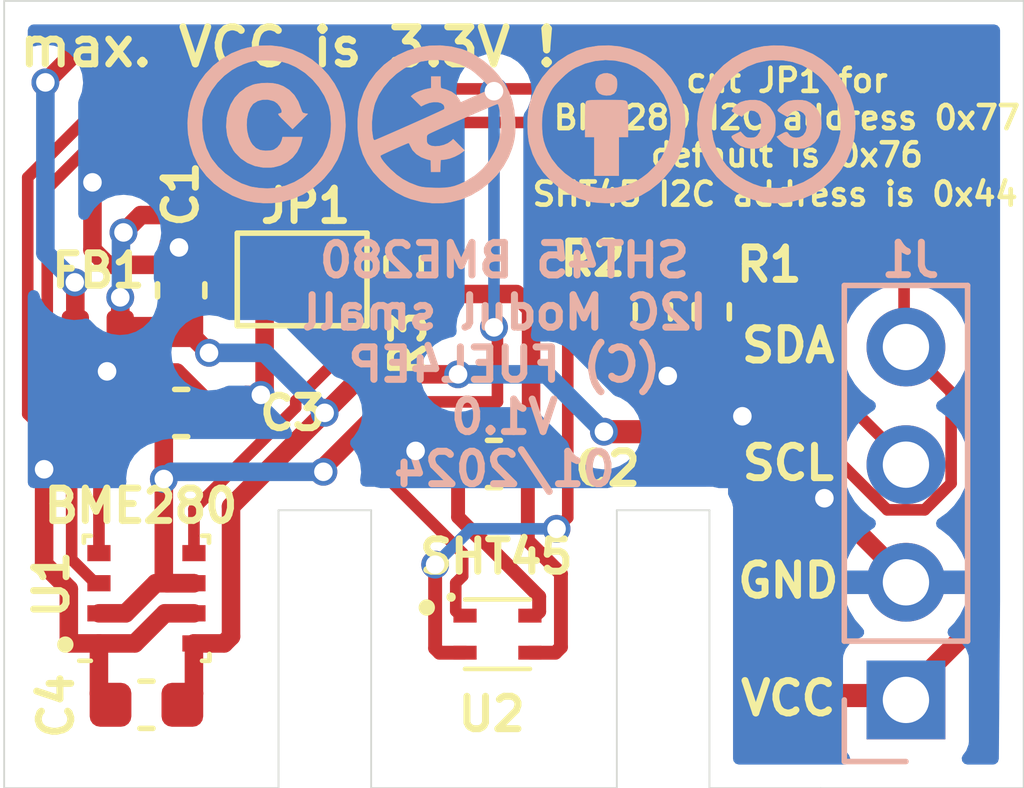
<source format=kicad_pcb>
(kicad_pcb (version 20211014) (generator pcbnew)
  (title_block (title "I2C_Module_SHT45_BME280_FUEL4EP") (date "2023-12-15") (rev "V1.1") (company "(c) FUEL4EP"))
  (layers (0 "F.Cu" signal) (31 "B.Cu" signal) (34 "B.Paste" user) (35 "F.Paste" user) (36 "B.SilkS" user "B.Silkscreen") (37 "F.SilkS" user "F.Silkscreen") (38 "B.Mask" user) (39 "F.Mask" user) (44 "Edge.Cuts" user))
  (net 0 "")
  (net 1 "VCC")
  (net 2 "GND")
  (net 3 "/SCL")
  (net 4 "/SDA")
  (net 5 "VDDA")
  (net 6 "Net-(JP1-Pad2)")
  (footprint "Capacitor_SMD:C_0603_1608Metric" (layer "F.Cu") (at 3.82 -10.75 90)
    (fp_text reference "C1" (at 2.077 -0.01 90) (layer "F.SilkS") (effects (font (size 0.7 0.7))))
    (fp_text value "4.7u")
    (fp_line (start -0.14058 -0.51) (end 0.14058 -0.51) (layer "F.SilkS") (width 0.12))
    (fp_line (start -0.14058 0.51) (end 0.14058 0.51) (layer "F.SilkS") (width 0.12))
    (pad "1" smd roundrect (at -0.775 0 90) (size 0.9 0.95) (layers "F.Cu" "F.Paste" "F.Mask") (net 5 "VDDA"))
    (pad "2" smd roundrect (at 0.775 0 90) (size 0.9 0.95) (layers "F.Cu" "F.Paste" "F.Mask") (net 2 "GND"))
  )
  (footprint "Inductor_SMD:L_0402_1005Metric" (layer "F.Cu") (at 2.02 -10)
    (fp_text reference "FB1" (at 0.012 -1.176) (layer "F.SilkS") (effects (font (size 0.7 0.7))))
    (fp_text value "FerriteBead")
    (pad "1" smd roundrect (at -0.485 0) (size 0.59 0.64) (layers "F.Cu" "F.Paste" "F.Mask") (net 1 "VCC"))
    (pad "2" smd roundrect (at 0.485 0) (size 0.59 0.64) (layers "F.Cu" "F.Paste" "F.Mask") (net 5 "VDDA"))
  )
  (footprint "Package_LGA:Bosch_LGA-8_2.5x2.5mm_P0.65mm_ClockwisePinNumbering" (layer "F.Cu") (at 3.07 -4.1 90)
    (fp_text reference "U1" (at 0.3 -2.05 90) (layer "F.SilkS") (effects (font (size 0.7 0.7))))
    (fp_text value "BME280")
    (fp_line (start 1.2 -1.35) (end 1.35 -1.35) (layer "F.SilkS") (width 0.1))
    (fp_line (start -1.35 1.35) (end -1.35 1.2) (layer "F.SilkS") (width 0.1))
    (fp_line (start 1.35 1.35) (end 1.2 1.35) (layer "F.SilkS") (width 0.1))
    (fp_line (start -1.35 -1.2) (end -1.35 -1.45) (layer "F.SilkS") (width 0.1))
    (fp_line (start 1.35 -1.35) (end 1.35 -1.2) (layer "F.SilkS") (width 0.1))
    (fp_line (start -1.35 1.36) (end -1.2 1.36) (layer "F.SilkS") (width 0.1))
    (fp_line (start 1.35 1.35) (end 1.35 1.2) (layer "F.SilkS") (width 0.1))
    (pad "1" smd rect (at -0.975 -1.025 180) (size 0.5 0.35) (layers "F.Cu" "F.Paste" "F.Mask") (net 2 "GND"))
    (pad "2" smd rect (at -0.325 -1.025 180) (size 0.5 0.35) (layers "F.Cu" "F.Paste" "F.Mask") (net 1 "VCC"))
    (pad "3" smd rect (at 0.325 -1.025 180) (size 0.5 0.35) (layers "F.Cu" "F.Paste" "F.Mask") (net 4 "/SDA"))
    (pad "4" smd rect (at 0.975 -1.025 180) (size 0.5 0.35) (layers "F.Cu" "F.Paste" "F.Mask") (net 3 "/SCL"))
    (pad "5" smd rect (at 0.975 1.025 180) (size 0.5 0.35) (layers "F.Cu" "F.Paste" "F.Mask") (net 6 "Net-(JP1-Pad2)"))
    (pad "6" smd rect (at 0.325 1.025 180) (size 0.5 0.35) (layers "F.Cu" "F.Paste" "F.Mask") (net 1 "VCC"))
    (pad "7" smd rect (at -0.325 1.025 180) (size 0.5 0.35) (layers "F.Cu" "F.Paste" "F.Mask") (net 2 "GND"))
    (pad "8" smd rect (at -0.975 1.025 180) (size 0.5 0.35) (layers "F.Cu" "F.Paste" "F.Mask") (net 5 "VDDA"))
  )
  (footprint "Jumper:SolderJumper-2_P1.3mm_Bridged_Pad1.0x1.5mm" (layer "F.Cu") (at 6.43 -10.985)
    (fp_text reference "JP1" (at 0.076 -1.588) (layer "F.SilkS") (effects (font (size 0.7 0.7))))
    (fp_text value "SolderJumper_2_Bridged")
    (fp_poly (pts (xy -0.25 -0.3) (xy 0.25 -0.3) (xy 0.25 0.3) (xy -0.25 0.3)) (layer "F.Cu") (width 0) (fill solid))
    (fp_line (start 1.4 -1) (end 1.4 1) (layer "F.SilkS") (width 0.12))
    (fp_line (start 1.4 1) (end -1.4 1) (layer "F.SilkS") (width 0.12))
    (fp_line (start -1.4 -1) (end 1.4 -1) (layer "F.SilkS") (width 0.12))
    (fp_line (start -1.4 1) (end -1.4 -1) (layer "F.SilkS") (width 0.12))
    (pad "1" smd rect (at -0.65 0) (size 1 1.5) (layers "F.Cu" "F.Mask") (net 2 "GND"))
    (pad "2" smd rect (at 0.65 0) (size 1 1.5) (layers "F.Cu" "F.Mask") (net 6 "Net-(JP1-Pad2)"))
  )
  (footprint "Capacitor_SMD:C_0603_1608Metric" (layer "F.Cu") (at 3.82 -8.1 180)
    (fp_text reference "C3" (at -2.4 0) (layer "F.SilkS") (effects (font (size 0.7 0.7))))
    (fp_text value "100n")
    (fp_line (start -0.14058 -0.51) (end 0.14058 -0.51) (layer "F.SilkS") (width 0.12))
    (fp_line (start -0.14058 0.51) (end 0.14058 0.51) (layer "F.SilkS") (width 0.12))
    (pad "1" smd roundrect (at -0.775 0 180) (size 0.9 0.95) (layers "F.Cu" "F.Paste" "F.Mask") (net 2 "GND"))
    (pad "2" smd roundrect (at 0.775 0 180) (size 0.9 0.95) (layers "F.Cu" "F.Paste" "F.Mask") (net 1 "VCC"))
  )
  (footprint "Resistor_SMD:R_0402_1005Metric" (layer "F.Cu") (at 15.269 -10.287 -90)
    (fp_text reference "R1" (at -1.016 -1.241 -180) (layer "F.SilkS") (effects (font (size 0.7 0.7))))
    (fp_text value "4.7k")
    (fp_line (start -0.153641 0.38) (end 0.153641 0.38) (layer "F.SilkS") (width 0.12))
    (fp_line (start -0.153641 -0.38) (end 0.153641 -0.38) (layer "F.SilkS") (width 0.12))
    (pad "1" smd roundrect (at -0.51 0 270) (size 0.54 0.64) (layers "F.Cu" "F.Paste" "F.Mask") (net 4 "/SDA"))
    (pad "2" smd roundrect (at 0.51 0 270) (size 0.54 0.64) (layers "F.Cu" "F.Paste" "F.Mask") (net 2 "GND"))
  )
  (footprint "Resistor_SMD:R_0402_1005Metric" (layer "F.Cu") (at 8.62 -11.3 -90)
    (fp_text reference "R3" (at 1.7 -0.1 -270) (layer "F.SilkS") (effects (font (size 0.7 0.7))))
    (fp_text value "10k")
    (fp_line (start -0.153641 0.38) (end 0.153641 0.38) (layer "F.SilkS") (width 0.12))
    (fp_line (start -0.153641 -0.38) (end 0.153641 -0.38) (layer "F.SilkS") (width 0.12))
    (pad "1" smd roundrect (at -0.51 0 270) (size 0.54 0.64) (layers "F.Cu" "F.Paste" "F.Mask") (net 5 "VDDA"))
    (pad "2" smd roundrect (at 0.51 0 270) (size 0.54 0.64) (layers "F.Cu" "F.Paste" "F.Mask") (net 6 "Net-(JP1-Pad2)"))
  )
  (footprint "FUEL4EP:SHT4X" (layer "F.Cu") (at 10.645 -3.325)
    (fp_text reference "U2" (at -0.125 1.725) (layer "F.SilkS") (effects (font (size 0.7 0.7))))
    (fp_text value "SHT45-AD1B-R2")
    (fp_line (start -0.7 0.75) (end 0.7 0.75) (layer "F.SilkS") (width 0.1))
    (fp_line (start -0.7 -0.75) (end 0.7 -0.75) (layer "F.SilkS") (width 0.1))
    (fp_circle (center -1 -0.8) (end -0.95 -0.8) (layer "F.SilkS") (width 0.1) (fill none))
    (pad "1" smd rect (at -0.7 -0.4) (size 0.5 0.3) (layers "F.Cu" "F.Paste" "F.Mask") (net 4 "/SDA"))
    (pad "2" smd rect (at -0.7 0.4) (size 0.5 0.3) (layers "F.Cu" "F.Paste" "F.Mask") (net 3 "/SCL"))
    (pad "3" smd rect (at 0.7 0.4) (size 0.5 0.3) (layers "F.Cu" "F.Paste" "F.Mask") (net 5 "VDDA"))
    (pad "4" smd rect (at 0.7 -0.4) (size 0.5 0.3) (layers "F.Cu" "F.Paste" "F.Mask") (net 2 "GND"))
  )
  (footprint "Capacitor_SMD:C_0603_1608Metric" (layer "F.Cu") (at 3.07 -1.8)
    (fp_text reference "C4" (at -1.95 0.022 90) (layer "F.SilkS") (effects (font (size 0.7 0.7))))
    (fp_text value "100n")
    (fp_line (start -0.14058 -0.51) (end 0.14058 -0.51) (layer "F.SilkS") (width 0.12))
    (fp_line (start -0.14058 0.51) (end 0.14058 0.51) (layer "F.SilkS") (width 0.12))
    (pad "1" smd roundrect (at -0.775 0) (size 0.9 0.95) (layers "F.Cu" "F.Paste" "F.Mask") (net 2 "GND"))
    (pad "2" smd roundrect (at 0.775 0) (size 0.9 0.95) (layers "F.Cu" "F.Paste" "F.Mask") (net 5 "VDDA"))
  )
  (footprint "Resistor_SMD:R_0402_1005Metric" (layer "F.Cu") (at 13.999 -10.285 -90)
    (fp_text reference "R2" (at -1.145 1.299 -180) (layer "F.SilkS") (effects (font (size 0.7 0.7))))
    (fp_text value "4.7k")
    (fp_line (start -0.153641 0.38) (end 0.153641 0.38) (layer "F.SilkS") (width 0.12))
    (fp_line (start -0.153641 -0.38) (end 0.153641 -0.38) (layer "F.SilkS") (width 0.12))
    (pad "1" smd roundrect (at -0.51 0 270) (size 0.54 0.64) (layers "F.Cu" "F.Paste" "F.Mask") (net 3 "/SCL"))
    (pad "2" smd roundrect (at 0.51 0 270) (size 0.54 0.64) (layers "F.Cu" "F.Paste" "F.Mask") (net 2 "GND"))
  )
  (footprint "Capacitor_SMD:C_0603_1608Metric" (layer "F.Cu") (at 10.57 -7)
    (fp_text reference "C2" (at 2.45 0.1) (layer "F.SilkS") (effects (font (size 0.7 0.7))))
    (fp_text value "100n")
    (fp_line (start -0.14058 -0.51) (end 0.14058 -0.51) (layer "F.SilkS") (width 0.12))
    (fp_line (start -0.14058 0.51) (end 0.14058 0.51) (layer "F.SilkS") (width 0.12))
    (pad "1" smd roundrect (at -0.775 0) (size 0.9 0.95) (layers "F.Cu" "F.Paste" "F.Mask") (net 2 "GND"))
    (pad "2" smd roundrect (at 0.775 0) (size 0.9 0.95) (layers "F.Cu" "F.Paste" "F.Mask") (net 5 "VDDA"))
  )
  (footprint "Connector_PinHeader_2.54mm:PinHeader_1x04_P2.54mm_Vertical" (layer "B.Cu") (at 19.46 -1.905)
    (fp_text reference "J1" (at 0.1 -9.5) (layer "B.SilkS") (effects (font (size 0.7 0.7)) (justify mirror)))
    (fp_text value "Conn_01x04")
    (fp_line (start 1.33 -1.27) (end 1.33 -8.95) (layer "B.SilkS") (width 0.12))
    (fp_line (start -1.33 -1.27) (end 1.33 -1.27) (layer "B.SilkS") (width 0.12))
    (fp_line (start -1.33 0) (end -1.33 1.33) (layer "B.SilkS") (width 0.12))
    (fp_line (start -1.33 -8.95) (end 1.33 -8.95) (layer "B.SilkS") (width 0.12))
    (fp_line (start -1.33 -1.27) (end -1.33 -8.95) (layer "B.SilkS") (width 0.12))
    (fp_line (start -1.33 1.33) (end 0 1.33) (layer "B.SilkS") (width 0.12))
    (pad "1" thru_hole rect (at 0 0) (size 1.7 1.7) (drill 1) (layers *.Cu *.Mask) (net 1 "VCC"))
    (pad "2" thru_hole oval (at 0 -2.54) (size 1.7 1.7) (drill 1) (layers *.Cu *.Mask) (net 2 "GND"))
    (pad "3" thru_hole oval (at 0 -5.08) (size 1.7 1.7) (drill 1) (layers *.Cu *.Mask) (net 3 "/SCL"))
    (pad "4" thru_hole oval (at 0 -7.62) (size 1.7 1.7) (drill 1) (layers *.Cu *.Mask) (net 4 "/SDA"))
  )
  (footprint "FUEL4EP:CC-BY-ND-SA" (layer "B.Cu") (at 11.176 -14.351 180)
    (fp_text reference "LOGO1" hide)
    (fp_text value "Logo_Open_Hardware_Small" hide)
    (fp_poly (pts (xy -4.925138 0.505796) (xy -4.81855 0.491246) (xy -4.726924 0.463993) (xy -4.693669 0.447651) (xy -4.639115 0.409823) (xy -4.588988 0.365166) (xy -4.550081 0.321093) (xy -4.529184 0.285019) (xy -4.529165 0.268063) (xy -4.549131 0.252659) (xy -4.592001 0.22733) (xy -4.641358 0.20123) (xy -4.744357 0.149271) (xy -4.777776 0.193653) (xy -4.817814 0.232366) (xy -4.869336 0.265727) (xy -4.872397 0.267221) (xy -4.947499 0.28463) (xy -5.023094 0.271287) (xy -5.087866 0.230532) (xy -5.116265 0.195244) (xy -5.152204 0.107439) (xy -5.165591 0.007448) (xy -5.157294 -0.093932) (xy -5.128182 -0.185902) (xy -5.079925 -0.256867) (xy -5.0414 -0.288969) (xy -4.999968 -0.304281) (xy -4.939733 -0.308413) (xy -4.93386 -0.308429) (xy -4.874027 -0.305564) (xy -4.833513 -0.292248) (xy -4.795506 -0.2614) (xy -4.777066 -0.242382) (xy -4.714776 -0.176335) (xy -4.624054 -0.218826) (xy -4.57219 -0.244896) (xy -4.535268 -0.266765) (xy -4.524183 -0.276124) (xy -4.527781 -0.301789) (xy -4.554432 -0.341255) (xy -4.597453 -0.387528) (xy -4.650161 -0.433616) (xy -4.705872 -0.472524) (xy -4.719126 -0.480114) (xy -4.824046 -0.520178) (xy -4.944788 -0.539238) (xy -5.06673 -0.536033) (xy -5.152572 -0.517493) (xy -5.26254 -0.463284) (xy -5.353645 -0.37893) (xy -5.418378 -0.277249) (xy -5.44427 -0.218917) (xy -5.459545 -0.165976) (xy -5.466834 -0.104803) (xy -5.468772 -0.021776) (xy -5.468776 -0.016534) (xy -5.467255 0.066199) (xy -5.460852 0.126179) (xy -5.446806 0.176873) (xy -5.422354 0.231753) (xy -5.414807 0.246699) (xy -5.344396 0.350781) (xy -5.253868 0.432217) (xy -5.150323 0.484924) (xy -5.12913 0.49136) (xy -5.03317 0.506286) (xy -4.925138 0.505796)) (layer "B.SilkS") (width 0.01) (fill solid))
    (fp_poly (pts (xy 2.004497 1.677952) (xy 2.239964 1.640843) (xy 2.466241 1.573957) (xy 2.677838 1.477988) (xy 2.781126 1.416245) (xy 2.980099 1.265197) (xy 3.152477 1.090769) (xy 3.296565 0.895326) (xy 3.41067 0.681233) (xy 3.493097 0.450855) (xy 3.504902 0.405983) (xy 3.530828 0.262819) (xy 3.544851 0.098346) (xy 3.546966 -0.074642) (xy 3.53717 -0.24335) (xy 3.515455 -0.394984) (xy 3.505228 -0.440896) (xy 3.435023 -0.661014) (xy 3.337718 -0.86115) (xy 3.210384 -1.046302) (xy 3.050096 -1.221468) (xy 3.045444 -1.225952) (xy 2.879178 -1.371149) (xy 2.711865 -1.486251) (xy 2.534883 -1.576649) (xy 2.404276 -1.626876) (xy 2.175011 -1.687526) (xy 1.937941 -1.717256) (xy 1.701738 -1.715379) (xy 1.542143 -1.695) (xy 1.316831 -1.636381) (xy 1.100807 -1.54555) (xy 0.897824 -1.425774) (xy 0.711631 -1.280321) (xy 0.54598 -1.112458) (xy 0.404622 -0.925453) (xy 0.291308 -0.722574) (xy 0.221183 -0.544286) (xy 0.187458 -0.42911) (xy 0.16476 -0.32333) (xy 0.151773 -0.215805) (xy 0.147183 -0.09539) (xy 0.148609 -0.012653) (xy 0.453886 -0.012653) (xy 0.462432 -0.189028) (xy 0.489328 -0.345411) (xy 0.537478 -0.494643) (xy 0.588379 -0.607786) (xy 0.705747 -0.806105) (xy 0.847631 -0.977745) (xy 1.014726 -1.123399) (xy 1.207726 -1.243761) (xy 1.244985 -1.262654) (xy 1.356604 -1.313919) (xy 1.456625 -1.350444) (xy 1.555093 -1.37419) (xy 1.662052 -1.387115) (xy 1.787548 -1.391182) (xy 1.895928 -1.389701) (xy 2.011783 -1.385462) (xy 2.100421 -1.378873) (xy 2.170889 -1.368794) (xy 2.232236 -1.354087) (xy 2.267465 -1.342897) (xy 2.432452 -1.278043) (xy 2.575614 -1.201601) (xy 2.708674 -1.106262) (xy 2.843352 -0.984717) (xy 2.846005 -0.982105) (xy 2.924337 -0.900668) (xy 2.987461 -0.826668) (xy 3.032432 -0.764215) (xy 3.056307 -0.717421) (xy 3.056142 -0.690396) (xy 3.055431 -0.689619) (xy 3.03471 -0.677732) (xy 2.987457 -0.654544) (xy 2.920282 -0.623012) (xy 2.839792 -0.586097) (xy 2.752595 -0.546758) (xy 2.6653 -0.507955) (xy 2.584516 -0.472646) (xy 2.516849 -0.443792) (xy 2.468909 -0.424352) (xy 2.447347 -0.417286) (xy 2.433463 -0.432531) (xy 2.416458 -0.469726) (xy 2.4147 -0.474635) (xy 2.361869 -0.573238) (xy 2.279408 -0.658617) (xy 2.172931 -0.726175) (xy 2.054208 -0.769775) (xy 1.9685 -0.791694) (xy 1.966376 -0.917454) (xy 1.964253 -1.043214) (xy 1.768928 -1.043214) (xy 1.758358 -0.78466) (xy 1.651666 -0.772589) (xy 1.556675 -0.75144) (xy 1.45191 -0.711814) (xy 1.353461 -0.660683) (xy 1.289366 -0.615597) (xy 1.245231 -0.578461) (xy 1.365851 -0.457841) (xy 1.486471 -0.337222) (xy 1.52814 -0.376367) (xy 1.599844 -0.42682) (xy 1.688433 -0.464262) (xy 1.784297 -0.487079) (xy 1.877826 -0.493657) (xy 1.959408 -0.482382) (xy 2.012083 -0.457629) (xy 2.041772 -0.429061) (xy 2.055706 -0.392767) (xy 2.059214 -0.334737) (xy 2.059214 -0.33372) (xy 2.057109 -0.27913) (xy 2.04614 -0.247513) (xy 2.019323 -0.225605) (xy 1.995714 -0.213102) (xy 1.944855 -0.188646) (xy 1.869545 -0.153905) (xy 1.773873 -0.110654) (xy 1.661926 -0.06067) (xy 1.537793 -0.005728) (xy 1.40556 0.052397) (xy 1.269315 0.111929) (xy 1.133145 0.171093) (xy 1.00114 0.228113) (xy 0.877385 0.281213) (xy 0.765969 0.328618) (xy 0.67098 0.368552) (xy 0.596505 0.39924) (xy 0.546631 0.418906) (xy 0.525446 0.425775) (xy 0.525079 0.4257) (xy 0.509594 0.399671) (xy 0.493846 0.345314) (xy 0.479123 0.270558) (xy 0.466712 0.183325) (xy 0.457899 0.091544) (xy 0.453974 0.003139) (xy 0.453886 -0.012653) (xy 0.148609 -0.012653) (xy 0.149673 0.049056) (xy 0.150016 0.058632) (xy 0.170045 0.288086) (xy 0.213987 0.494986) (xy 0.284269 0.686021) (xy 0.321729 0.754798) (xy 0.68963 0.754798) (xy 0.705166 0.738069) (xy 0.745722 0.713385) (xy 0.802544 0.686068) (xy 0.803022 0.685861) (xy 0.866491 0.658202) (xy 0.951129 0.621009) (xy 1.044976 0.579548) (xy 1.120374 0.54608) (xy 1.324534 0.455224) (xy 1.36126 0.527213) (xy 1.426479 0.615262) (xy 1.522788 0.685016) (xy 1.649796 0.736222) (xy 1.709964 0.751645) (xy 1.736079 0.759245) (xy 1.750997 0.7733) (xy 1.75785 0.802453) (xy 1.759769 0.855343) (xy 1.759857 0.889346) (xy 1.759857 1.016) (xy 1.959428 1.016) (xy 1.959428 0.763644) (xy 2.027464 0.752492) (xy 2.110114 0.733338) (xy 2.198444 0.703976) (xy 2.279314 0.669466) (xy 2.339584 0.634867) (xy 2.346385 0.629703) (xy 2.396383 0.589643) (xy 2.177621 0.373537) (xy 2.091696 0.415283) (xy 1.999013 0.449818) (xy 1.906475 0.465989) (xy 1.820922 0.464512) (xy 1.749195 0.446104) (xy 1.698134 0.411481) (xy 1.67656 0.371796) (xy 1.67292 0.330936) (xy 1.68045 0.308027) (xy 1.70022 0.297221) (xy 1.749075 0.273733) (xy 1.822903 0.23939) (xy 1.917596 0.196024) (xy 2.029046 0.145462) (xy 2.153142 0.089536) (xy 2.285775 0.030073) (xy 2.422837 -0.031096) (xy 2.560218 -0.092142) (xy 2.693809 -0.151236) (xy 2.819501 -0.206547) (xy 2.933184 -0.256248) (xy 3.03075 -0.298508) (xy 3.108089 -0.331498) (xy 3.161091 -0.353388) (xy 3.185649 -0.362349) (xy 3.186492 -0.362469) (xy 3.204742 -0.347183) (xy 3.217829 -0.312964) (xy 3.240011 -0.150735) (xy 3.242527 0.027907) (xy 3.226174 0.209412) (xy 3.191753 0.38023) (xy 3.173303 0.441931) (xy 3.098341 0.614798) (xy 2.992572 0.78221) (xy 2.861473 0.938372) (xy 2.710522 1.077488) (xy 2.545195 1.193762) (xy 2.385748 1.275307) (xy 2.183792 1.341028) (xy 1.972543 1.3741) (xy 1.757563 1.374978) (xy 1.544415 1.344119) (xy 1.338661 1.281978) (xy 1.145866 1.189011) (xy 1.116601 1.171312) (xy 1.060957 1.132024) (xy 0.994994 1.07838) (xy 0.924194 1.01573) (xy 0.854044 0.949424) (xy 0.790028 0.884813) (xy 0.737631 0.827246) (xy 0.702338 0.782075) (xy 0.68963 0.754798) (xy 0.321729 0.754798) (xy 0.383319 0.867877) (xy 0.505043 1.036698) (xy 0.651739 1.197408) (xy 0.818283 1.341616) (xy 0.997318 1.464061) (xy 1.181489 1.559483) (xy 1.297846 1.603681) (xy 1.527949 1.660064) (xy 1.765329 1.68459) (xy 2.004497 1.677952)) (layer "B.SilkS") (width 0.01) (fill solid))
    (fp_poly (pts (xy -5.843953 0.500439) (xy -5.757446 0.482839) (xy -5.749031 0.480035) (xy -5.700535 0.455967) (xy -5.644831 0.418203) (xy -5.590408 0.373943) (xy -5.545751 0.33039) (xy -5.519348 0.294746) (xy -5.515644 0.281973) (xy -5.53052 0.264326) (xy -5.569301 0.236276) (xy -5.623252 0.204088) (xy -5.730645 0.145104) (xy -5.769091 0.199097) (xy -5.828835 0.254083) (xy -5.904 0.280239) (xy -5.984781 0.27482) (xy -6.009283 0.266361) (xy -6.072088 0.228314) (xy -6.113801 0.172277) (xy -6.13806 0.091943) (xy -6.14572 0.029835) (xy -6.145108 -0.086167) (xy -6.121607 -0.177082) (xy -6.074001 -0.246926) (xy -6.057111 -0.262478) (xy -5.991622 -0.298108) (xy -5.916913 -0.309361) (xy -5.843584 -0.297538) (xy -5.782234 -0.263942) (xy -5.750213 -0.224782) (xy -5.728724 -0.194672) (xy -5.701887 -0.184365) (xy -5.662118 -0.194242) (xy -5.601833 -0.224686) (xy -5.587104 -0.233015) (xy -5.49678 -0.284602) (xy -5.571814 -0.369845) (xy -5.658971 -0.452843) (xy -5.751414 -0.505228) (xy -5.859562 -0.531957) (xy -5.923643 -0.537288) (xy -5.996805 -0.538034) (xy -6.063044 -0.534665) (xy -6.105072 -0.528499) (xy -6.218229 -0.481018) (xy -6.316183 -0.404686) (xy -6.391717 -0.306046) (xy -6.422688 -0.240452) (xy -6.45238 -0.117926) (xy -6.458053 0.016497) (xy -6.439748 0.147547) (xy -6.421555 0.207195) (xy -6.373897 0.296042) (xy -6.303931 0.37868) (xy -6.221605 0.445362) (xy -6.136867 0.486341) (xy -6.136564 0.486432) (xy -6.049851 0.502506) (xy -5.946868 0.507085) (xy -5.843953 0.500439)) (layer "B.SilkS") (width 0.01) (fill solid))
    (fp_poly (pts (xy -5.209548 1.665688) (xy -5.011275 1.624538) (xy -4.972053 1.612777) (xy -4.7484 1.523512) (xy -4.539651 1.404256) (xy -4.349534 1.258324) (xy -4.181776 1.089031) (xy -4.040104 0.899692) (xy -3.928245 0.693624) (xy -3.921431 0.678206) (xy -3.84411 0.458242) (xy -3.797539 0.228325) (xy -3.781301 -0.006356) (xy -3.794982 -0.240611) (xy -3.838168 -0.469251) (xy -3.910442 -0.687086) (xy -4.01139 -0.888927) (xy -4.051842 -0.9525) (xy -4.199518 -1.140499) (xy -4.371038 -1.305048) (xy -4.562485 -1.444516) (xy -4.769941 -1.557273) (xy -4.989492 -1.641687) (xy -5.217219 -1.696128) (xy -5.449207 -1.718963) (xy -5.681539 -1.708563) (xy -5.814786 -1.686684) (xy -6.061183 -1.617314) (xy -6.28875 -1.516971) (xy -6.496853 -1.386071) (xy -6.684853 -1.22503) (xy -6.852113 -1.034264) (xy -6.887783 -0.985947) (xy -7.009938 -0.784507) (xy -7.101444 -0.567448) (xy -7.161776 -0.339383) (xy -7.190409 -0.104923) (xy -7.188641 0.011407) (xy -6.882572 0.011407) (xy -6.870738 -0.196538) (xy -6.826092 -0.401799) (xy -6.748416 -0.601129) (xy -6.637496 -0.79128) (xy -6.579925 -0.86891) (xy -6.433303 -1.025609) (xy -6.261635 -1.160442) (xy -6.07167 -1.269028) (xy -5.87016 -1.346981) (xy -5.823857 -1.359867) (xy -5.67923 -1.385972) (xy -5.516996 -1.396701) (xy -5.351947 -1.392064) (xy -5.198876 -1.372073) (xy -5.142581 -1.359329) (xy -4.989449 -1.307458) (xy -4.830059 -1.232836) (xy -4.678485 -1.142765) (xy -4.568807 -1.061597) (xy -4.415184 -0.911264) (xy -4.289824 -0.740698) (xy -4.193725 -0.553611) (xy -4.12789 -0.353716) (xy -4.093317 -0.144726) (xy -4.091008 0.069647) (xy -4.121961 0.285689) (xy -4.164746 0.438252) (xy -4.237973 0.612176) (xy -4.336239 0.772571) (xy -4.464267 0.926713) (xy -4.516151 0.979714) (xy -4.684396 1.123003) (xy -4.865355 1.233195) (xy -5.061537 1.311404) (xy -5.275449 1.358743) (xy -5.400447 1.371946) (xy -5.62394 1.369882) (xy -5.839153 1.333056) (xy -6.043454 1.26245) (xy -6.234208 1.159049) (xy -6.408782 1.023834) (xy -6.457106 0.977712) (xy -6.606097 0.805066) (xy -6.723355 0.618865) (xy -6.808664 0.422356) (xy -6.861809 0.218788) (xy -6.882572 0.011407) (xy -7.188641 0.011407) (xy -7.186817 0.131323) (xy -7.150476 0.364741) (xy -7.080859 0.590721) (xy -7.070352 0.616857) (xy -6.960716 0.837412) (xy -6.822852 1.039041) (xy -6.659913 1.218727) (xy -6.475054 1.373451) (xy -6.271427 1.500196) (xy -6.052187 1.595945) (xy -6.044305 1.598686) (xy -5.850616 1.649898) (xy -5.639843 1.678229) (xy -5.422613 1.683539) (xy -5.209548 1.665688)) (layer "B.SilkS") (width 0.01) (fill solid))
    (fp_poly (pts (xy -1.684775 0.507665) (xy -1.582561 0.506458) (xy -1.507467 0.504075) (xy -1.454911 0.500211) (xy -1.420315 0.494563) (xy -1.399096 0.486826) (xy -1.389225 0.47949) (xy -1.379373 0.464706) (xy -1.37202 0.4396) (xy -1.366826 0.399396) (xy -1.363449 0.339319) (xy -1.361547 0.254593) (xy -1.36078 0.140441) (xy -1.360715 0.080347) (xy -1.360715 -0.290286) (xy -1.560286 -0.290286) (xy -1.560286 -1.124857) (xy -2.086429 -1.124857) (xy -2.086429 -0.290286) (xy -2.286 -0.290286) (xy -2.286 0.078831) (xy -2.285741 0.204694) (xy -2.284688 0.299273) (xy -2.282423 0.367566) (xy -2.278533 0.414571) (xy -2.272602 0.445289) (xy -2.264213 0.464717) (xy -2.252952 0.477856) (xy -2.252822 0.477974) (xy -2.237759 0.487929) (xy -2.214354 0.495451) (xy -2.17789 0.500868) (xy -2.123652 0.504505) (xy -2.046921 0.506688) (xy -1.942983 0.507744) (xy -1.818689 0.508) (xy -1.684775 0.507665)) (layer "B.SilkS") (width 0.01) (fill solid))
    (fp_poly (pts (xy -1.636143 1.67626) (xy -1.403079 1.637746) (xy -1.179769 1.568814) (xy -0.986833 1.478224) (xy -0.779738 1.342441) (xy -0.59637 1.181093) (xy -0.43897 0.997087) (xy -0.309774 0.793329) (xy -0.211024 0.572727) (xy -0.159912 0.40461) (xy -0.134681 0.264319) (xy -0.120853 0.10248) (xy -0.118435 -0.06821) (xy -0.127432 -0.235057) (xy -0.147849 -0.385362) (xy -0.159515 -0.439225) (xy -0.230871 -0.66252) (xy -0.33074 -0.8663) (xy -0.461523 -1.054705) (xy -0.61078 -1.2176) (xy -0.806204 -1.384306) (xy -1.015784 -1.517926) (xy -1.241457 -1.619542) (xy -1.437722 -1.679217) (xy -1.538577 -1.697202) (xy -1.66278 -1.709235) (xy -1.797834 -1.714997) (xy -1.931241 -1.71417) (xy -2.050505 -1.706436) (xy -2.119685 -1.696588) (xy -2.351131 -1.637328) (xy -2.562754 -1.551066) (xy -2.759209 -1.435249) (xy -2.945147 -1.287321) (xy -3.050044 -1.185764) (xy -3.208286 -1.001506) (xy -3.33287 -0.808922) (xy -3.426197 -0.603741) (xy -3.482731 -0.416289) (xy -3.501917 -0.306727) (xy -3.514317 -0.173881) (xy -3.519754 -0.029675) (xy -3.519671 -0.022607) (xy -3.211167 -0.022607) (xy -3.204215 -0.178655) (xy -3.183128 -0.319429) (xy -3.177241 -0.344413) (xy -3.107204 -0.548893) (xy -3.004823 -0.74173) (xy -2.873454 -0.917767) (xy -2.716456 -1.071846) (xy -2.689246 -1.094066) (xy -2.577706 -1.177798) (xy -2.476587 -1.241164) (xy -2.372813 -1.291442) (xy -2.256932 -1.334699) (xy -2.05299 -1.384973) (xy -1.838685 -1.40412) (xy -1.622769 -1.391855) (xy -1.460643 -1.360751) (xy -1.271461 -1.294796) (xy -1.089039 -1.197656) (xy -0.919259 -1.074171) (xy -0.768003 -0.929184) (xy -0.641153 -0.767536) (xy -0.553937 -0.614403) (xy -0.500362 -0.489954) (xy -0.463582 -0.374559) (xy -0.441035 -0.25607) (xy -0.430159 -0.122342) (xy -0.428125 -0.018143) (xy -0.431493 0.126899) (xy -0.444246 0.248906) (xy -0.469301 0.360547) (xy -0.509572 0.474491) (xy -0.567975 0.603408) (xy -0.57396 0.615647) (xy -0.614333 0.693833) (xy -0.653441 0.758067) (xy -0.698448 0.817893) (xy -0.756517 0.882857) (xy -0.832654 0.960361) (xy -0.926642 1.050032) (xy -1.00769 1.118049) (xy -1.084943 1.171551) (xy -1.15225 1.209794) (xy -1.360218 1.29886) (xy -1.576631 1.354014) (xy -1.797434 1.374956) (xy -2.018577 1.361389) (xy -2.236007 1.313013) (xy -2.293345 1.294018) (xy -2.476559 1.21055) (xy -2.649753 1.09605) (xy -2.808183 0.955386) (xy -2.947102 0.793426) (xy -3.061764 0.615039) (xy -3.147424 0.425093) (xy -3.151415 0.413789) (xy -3.184347 0.285953) (xy -3.204404 0.136375) (xy -3.211167 -0.022607) (xy -3.519671 -0.022607) (xy -3.518052 0.113967) (xy -3.509036 0.24512) (xy -3.493989 0.345158) (xy -3.427876 0.571279) (xy -3.329181 0.786611) (xy -3.200928 0.987354) (xy -3.046142 1.169705) (xy -2.867847 1.329863) (xy -2.669069 1.464024) (xy -2.556978 1.523035) (xy -2.339379 1.607745) (xy -2.109742 1.661415) (xy -1.873514 1.684202) (xy -1.636143 1.67626)) (layer "B.SilkS") (width 0.01) (fill solid))
    (fp_poly (pts (xy 5.670842 1.677935) (xy 5.915989 1.63849) (xy 6.050643 1.601909) (xy 6.269262 1.514938) (xy 6.474607 1.395684) (xy 6.663296 1.246777) (xy 6.831945 1.070844) (xy 6.962883 0.892993) (xy 7.071921 0.691595) (xy 7.150769 0.474874) (xy 7.199461 0.247583) (xy 7.218029 0.014479) (xy 7.206508 -0.219682) (xy 7.164931 -0.450144) (xy 7.09333 -0.672153) (xy 6.99174 -0.880951) (xy 6.949976 -0.948698) (xy 6.811165 -1.129568) (xy 6.644386 -1.293309) (xy 6.455571 -1.435725) (xy 6.250655 -1.552615) (xy 6.035573 -1.639782) (xy 5.930782 -1.669753) (xy 5.763154 -1.700578) (xy 5.581777 -1.715724) (xy 5.400261 -1.714879) (xy 5.232217 -1.697733) (xy 5.17534 -1.687012) (xy 4.941487 -1.621211) (xy 4.729088 -1.529022) (xy 4.533181 -1.407644) (xy 4.348806 -1.254278) (xy 4.270165 -1.176054) (xy 4.111735 -0.985678) (xy 3.986368 -0.780431) (xy 3.894291 -0.560879) (xy 3.83573 -0.327589) (xy 3.810911 -0.08113) (xy 3.81 -0.02224) (xy 3.810835 -0.007953) (xy 4.121254 -0.007953) (xy 4.124758 -0.146854) (xy 4.13872 -0.270671) (xy 4.144659 -0.301355) (xy 4.206645 -0.50465) (xy 4.299913 -0.695355) (xy 4.420897 -0.8702) (xy 4.566033 -1.025918) (xy 4.731755 -1.159241) (xy 4.914498 -1.2669) (xy 5.110698 -1.345626) (xy 5.316789 -1.392153) (xy 5.337499 -1.394872) (xy 5.49535 -1.403679) (xy 5.664778 -1.395219) (xy 5.826203 -1.370751) (xy 5.869071 -1.360751) (xy 6.056878 -1.295399) (xy 6.239622 -1.198982) (xy 6.410435 -1.076679) (xy 6.562449 -0.933665) (xy 6.688794 -0.775117) (xy 6.727552 -0.713739) (xy 6.813562 -0.533659) (xy 6.872816 -0.335649) (xy 6.904311 -0.127345) (xy 6.907043 0.083619) (xy 6.880007 0.28961) (xy 6.866866 0.345744) (xy 6.799893 0.535577) (xy 6.701334 0.717408) (xy 6.575816 0.885598) (xy 6.42796 1.034507) (xy 6.262392 1.158496) (xy 6.147519 1.223027) (xy 6.017285 1.282756) (xy 5.90246 1.32426) (xy 5.790443 1.350436) (xy 5.668632 1.364183) (xy 5.524424 1.3684) (xy 5.515428 1.368413) (xy 5.338795 1.361192) (xy 5.184248 1.337577) (xy 5.040251 1.29482) (xy 4.895269 1.230173) (xy 4.862285 1.212842) (xy 4.682817 1.096421) (xy 4.520049 0.951294) (xy 4.378505 0.782938) (xy 4.262708 0.596828) (xy 4.17718 0.398441) (xy 4.168965 0.373438) (xy 4.143811 0.264774) (xy 4.127756 0.133449) (xy 4.121254 -0.007953) (xy 3.810835 -0.007953) (xy 3.824302 0.222432) (xy 3.868255 0.448631) (xy 3.94343 0.660866) (xy 4.051396 0.863645) (xy 4.182697 1.047804) (xy 4.349783 1.228665) (xy 4.537058 1.380734) (xy 4.741512 1.503119) (xy 4.960129 1.594925) (xy 5.189899 1.655259) (xy 5.427807 1.683227) (xy 5.670842 1.677935)) (layer "B.SilkS") (width 0.01) (fill solid))
    (fp_poly (pts (xy -1.758829 1.081206) (xy -1.681066 1.051401) (xy -1.644833 1.023028) (xy -1.602485 0.957461) (xy -1.58392 0.876987) (xy -1.588425 0.792509) (xy -1.615287 0.714933) (xy -1.663794 0.655164) (xy -1.669155 0.651061) (xy -1.734456 0.620972) (xy -1.816263 0.607523) (xy -1.897774 0.612956) (xy -1.917466 0.617925) (xy -1.983336 0.650778) (xy -2.025596 0.704563) (xy -2.046664 0.783464) (xy -2.050143 0.847485) (xy -2.048325 0.914308) (xy -2.040276 0.957618) (xy -2.022101 0.990111) (xy -1.998444 1.016061) (xy -1.928279 1.063325) (xy -1.844821 1.08511) (xy -1.758829 1.081206)) (layer "B.SilkS") (width 0.01) (fill solid))
    (fp_poly (pts (xy 5.631663 0.869092) (xy 5.756036 0.849657) (xy 5.808844 0.835608) (xy 5.958363 0.770394) (xy 6.089457 0.675837) (xy 6.199517 0.555252) (xy 6.285937 0.411952) (xy 6.346109 0.249251) (xy 6.371997 0.119868) (xy 6.382633 -0.074657) (xy 6.361671 -0.257556) (xy 6.30983 -0.425875) (xy 6.227827 -0.576658) (xy 6.190782 -0.626424) (xy 6.067105 -0.752147) (xy 5.923981 -0.84844) (xy 5.76494 -0.913961) (xy 5.593512 -0.947365) (xy 5.413228 -0.947307) (xy 5.363715 -0.941412) (xy 5.210463 -0.901754) (xy 5.07216 -0.831164) (xy 4.952761 -0.733294) (xy 4.856223 -0.611792) (xy 4.786504 -0.470308) (xy 4.76108 -0.385536) (xy 4.738558 -0.290286) (xy 5.166406 -0.290286) (xy 5.186431 -0.36981) (xy 5.221372 -0.44617) (xy 5.280267 -0.514618) (xy 5.351973 -0.56355) (xy 5.384225 -0.575773) (xy 5.429607 -0.583324) (xy 5.494601 -0.588232) (xy 5.54443 -0.589337) (xy 5.653061 -0.574945) (xy 5.743656 -0.530985) (xy 5.819732 -0.455288) (xy 5.858714 -0.395772) (xy 5.906243 -0.285879) (xy 5.934892 -0.161405) (xy 5.945233 -0.02991) (xy 5.937837 0.101048) (xy 5.913276 0.223909) (xy 5.872121 0.331115) (xy 5.814946 0.415105) (xy 5.795987 0.433571) (xy 5.706483 0.489204) (xy 5.600325 0.518149) (xy 5.48637 0.519526) (xy 5.373472 0.492452) (xy 5.341462 0.478806) (xy 5.280718 0.435252) (xy 5.227647 0.371815) (xy 5.192726 0.302371) (xy 5.18568 0.272521) (xy 5.188127 0.238198) (xy 5.214096 0.221725) (xy 5.230231 0.218092) (xy 5.249984 0.213251) (xy 5.258418 0.204984) (xy 5.252666 0.188932) (xy 5.229859 0.160738) (xy 5.187131 0.116041) (xy 5.121614 0.050484) (xy 5.116838 0.045735) (xy 4.953 -0.117172) (xy 4.78912 0.045735) (xy 4.625239 0.208643) (xy 4.684798 0.217714) (xy 4.72315 0.227831) (xy 4.746464 0.250297) (xy 4.764522 0.295733) (xy 4.768339 0.308429) (xy 4.831988 0.475308) (xy 4.916613 0.61287) (xy 5.022946 0.72191) (xy 5.151719 0.803223) (xy 5.263314 0.846445) (xy 5.371321 0.867763) (xy 5.498764 0.875219) (xy 5.631663 0.869092)) (layer "B.SilkS") (width 0.01) (fill solid))
  )
  (gr_circle (center 9.12 -3.9) (end 9.22 -3.9) (layer "F.SilkS") (width 0.1524) (fill solid))
  (gr_circle (center 1.32 -3.1) (end 1.42 -3.1) (layer "F.SilkS") (width 0.1524) (fill solid))
  (gr_line (start 7.92 -6) (end 5.92 -6) (layer "Edge.Cuts") (width 0.0381))
  (gr_line (start 7.92 0) (end 7.92 -6) (layer "Edge.Cuts") (width 0.0381))
  (gr_line (start 22 0) (end 17.62 0) (layer "Edge.Cuts") (width 0.0381))
  (gr_line (start 0 -17) (end 0 0) (layer "Edge.Cuts") (width 0.0381))
  (gr_line (start 0 -17) (end 22 -17) (layer "Edge.Cuts") (width 0.0381))
  (gr_line (start 5.92 0) (end 0 0) (layer "Edge.Cuts") (width 0.0381))
  (gr_line (start 13.22 0) (end 13.22 -6) (layer "Edge.Cuts") (width 0.0381))
  (gr_line (start 13.22 -6) (end 15.22 -6) (layer "Edge.Cuts") (width 0.0381))
  (gr_line (start 5.92 -6) (end 5.92 0) (layer "Edge.Cuts") (width 0.0381))
  (gr_line (start 17.62 0) (end 15.22 0) (layer "Edge.Cuts") (width 0.0381))
  (gr_line (start 15.22 -6) (end 15.22 0) (layer "Edge.Cuts") (width 0.0381))
  (gr_line (start 13.22 0) (end 7.92 0) (layer "Edge.Cuts") (width 0.0381))
  (gr_line (start 22 -17) (end 22 0) (layer "Edge.Cuts") (width 0.0381))
  (gr_text "SHT45 BME280\nI2C Modul small\n(C) FUEL4EP\nV1.0\n01/2024" (at 10.795 -9.144) (layer "B.SilkS") (effects (font (size 0.7 0.7) (thickness 0.1524)) (justify mirror)))
  (gr_text "SDA" (at 16.92 -9.56) (layer "F.SilkS") (effects (font (size 0.7 0.7))))
  (gr_text "SHT45 I2C address is 0x44" (at 16.637 -12.827) (layer "F.SilkS") (effects (font (size 0.5 0.5) (thickness 0.1))))
  (gr_text "SHT45\n" (at 10.62 -5) (layer "F.SilkS") (effects (font (size 0.7 0.7))))
  (gr_text "GND\n" (at 16.92 -4.48) (layer "F.SilkS") (effects (font (size 0.7 0.7))))
  (gr_text "SCL\n" (at 16.92 -7.02) (layer "F.SilkS") (effects (font (size 0.7 0.7))))
  (gr_text "cut JP1 for\nBME280 I2C address 0x77\ndefault is 0x76\n" (at 16.891 -14.478) (layer "F.SilkS") (effects (font (size 0.5 0.5) (thickness 0.1))))
  (gr_text "BME280" (at 2.95 -6.096) (layer "F.SilkS") (effects (font (size 0.7 0.7))))
  (gr_text "VCC\n" (at 16.92 -1.94) (layer "F.SilkS") (effects (font (size 0.7 0.7))))
  (gr_text "max. VCC is 3.3V !" (at 6.125 -16.002) (layer "F.SilkS") (effects (font (size 0.8 0.8) (thickness 0.1524))))
  (segment (start 17.92 -2) (end 16.42 -3.5) (width 0.5) (layer "F.Cu") (net 1))
  (segment (start 1.905 -16.256) (end 0.889 -15.24) (width 0.4) (layer "F.Cu") (net 1))
  (segment (start 3.27 -4.425) (end 2.62 -3.775) (width 0.4) (layer "F.Cu") (net 1))
  (segment (start 8.900493 -8.935823) (end 9.794735 -8.935823) (width 0.4) (layer "F.Cu") (net 1))
  (segment (start 2.62 -3.775) (end 2.045 -3.775) (width 0.4) (layer "F.Cu") (net 1))
  (segment (start 6.888742 -6.924072) (end 8.900493 -8.935823) (width 0.4) (layer "F.Cu") (net 1))
  (segment (start 21.238 -3.818) (end 19.42 -2) (width 0.4) (layer "F.Cu") (net 1))
  (segment (start 1.535 -10.911) (end 1.524 -10.922) (width 0.4) (layer "F.Cu") (net 1))
  (segment (start 15.123116 -7.696884) (end 12.9425 -7.696884) (width 0.5) (layer "F.Cu") (net 1))
  (segment (start 19.42 -2) (end 17.92 -2) (width 0.5) (layer "F.Cu") (net 1))
  (segment (start 20.984 -16.256) (end 21.238 -16.002) (width 0.4) (layer "F.Cu") (net 1))
  (segment (start 1.5205 -8.710257) (end 2.130757 -8.1) (width 0.4) (layer "F.Cu") (net 1))
  (segment (start 1.5205 -9.289743) (end 1.5205 -8.710257) (width 0.4) (layer "F.Cu") (net 1))
  (segment (start 1.535 -10) (end 1.535 -9.304243) (width 0.4) (layer "F.Cu") (net 1))
  (segment (start 3.445 -4.5) (end 3.445 -7.7) (width 0.4) (layer "F.Cu") (net 1))
  (segment (start 2.130757 -8.1) (end 3.045 -8.1) (width 0.4) (layer "F.Cu") (net 1))
  (segment (start 16.42 -6.4) (end 15.123116 -7.696884) (width 0.5) (layer "F.Cu") (net 1))
  (segment (start 1.535 -9.304243) (end 1.5205 -9.289743) (width 0.4) (layer "F.Cu") (net 1))
  (segment (start 3.52 -4.425) (end 3.445 -4.5) (width 0.4) (layer "F.Cu") (net 1))
  (segment (start 16.42 -3.5) (end 16.42 -6.4) (width 0.5) (layer "F.Cu") (net 1))
  (segment (start 1.535 -10) (end 1.535 -10.911) (width 0.4) (layer "F.Cu") (net 1))
  (segment (start 4.095 -4.425) (end 3.27 -4.425) (width 0.4) (layer "F.Cu") (net 1))
  (segment (start 3.445 -7.7) (end 3.045 -8.1) (width 0.4) (layer "F.Cu") (net 1))
  (segment (start 6.888742 -6.831258) (end 6.888742 -6.924072) (width 0.4) (layer "F.Cu") (net 1))
  (segment (start 21.238 -16.002) (end 21.238 -3.818) (width 0.4) (layer "F.Cu") (net 1))
  (segment (start 4.095 -4.425) (end 3.52 -4.425) (width 0.4) (layer "F.Cu") (net 1))
  (segment (start 20.984 -16.256) (end 1.905 -16.256) (width 0.4) (layer "F.Cu") (net 1))
  (via (at 9.794735 -8.935823) (size 0.6) (drill 0.4) (layers "F.Cu" "B.Cu") (net 1))
  (via (at 1.524 -10.922) (size 0.6) (drill 0.4) (layers "F.Cu" "B.Cu") (net 1))
  (via (at 0.889 -15.24) (size 0.6) (drill 0.4) (layers "F.Cu" "B.Cu") (net 1))
  (via (at 3.445 -6.675) (size 0.6) (drill 0.4) (layers "F.Cu" "B.Cu") (net 1))
  (via (at 12.9425 -7.696884) (size 0.6) (drill 0.4) (layers "F.Cu" "B.Cu") (net 1))
  (via (at 6.888742 -6.831258) (size 0.6) (drill 0.4) (layers "F.Cu" "B.Cu") (net 1))
  (segment (start 9.794735 -8.935823) (end 11.703561 -8.935823) (width 0.4) (layer "B.Cu") (net 1))
  (segment (start 3.601258 -6.831258) (end 3.445 -6.675) (width 0.4) (layer "B.Cu") (net 1))
  (segment (start 11.703561 -8.935823) (end 12.9425 -7.696884) (width 0.4) (layer "B.Cu") (net 1))
  (segment (start 1.524 -10.922) (end 0.889 -11.557) (width 0.4) (layer "B.Cu") (net 1))
  (segment (start 0.889 -11.557) (end 0.889 -15.24) (width 0.4) (layer "B.Cu") (net 1))
  (segment (start 6.888742 -6.831258) (end 3.601258 -6.831258) (width 0.4) (layer "B.Cu") (net 1))
  (segment (start 9.795 -7) (end 9.161051 -7) (width 0.4) (layer "F.Cu") (net 2))
  (segment (start 2.245 -8.975) (end 3.72 -8.975) (width 0.4) (layer "F.Cu") (net 2))
  (segment (start 2.045 -2.05) (end 2.295 -1.8) (width 0.4) (layer "F.Cu") (net 2))
  (segment (start 11.457132 -3.725) (end 11.345 -3.725) (width 0.3) (layer "F.Cu") (net 2))
  (segment (start 14.32 -8.9) (end 14.32 -9.454) (width 0.4) (layer "F.Cu") (net 2))
  (segment (start 14.001 -9.777) (end 13.999 -9.775) (width 0.4) (layer "F.Cu") (net 2))
  (segment (start 5.62 -8.572728) (end 5.539014 -8.491742) (width 0.4) (layer "F.Cu") (net 2))
  (segment (start 10.316 -5.334) (end 9.795 -5.855) (width 0.3) (layer "F.Cu") (net 2))
  (segment (start 3.5955 -11.3005) (end 2.230257 -11.3005) (width 0.4) (layer "F.Cu") (net 2))
  (segment (start 2.245 -8.975) (end 2.22 -9) (width 0.4) (layer "F.Cu") (net 2))
  (segment (start 10.348132 -5.334) (end 11.545 -4.137132) (width 0.3) (layer "F.Cu") (net 2))
  (segment (start 5.62 -10.825) (end 5.62 -8.572728) (width 0.4) (layer "F.Cu") (net 2))
  (segment (start 15.269 -9.777) (end 14.73 -9.777) (width 0.4) (layer "F.Cu") (net 2))
  (segment (start 1.905 -11.625757) (end 1.905 -13.081) (width 0.4) (layer "F.Cu") (net 2))
  (segment (start 5.211742 -8.491742) (end 5.539014 -8.491742) (width 0.4) (layer "F.Cu") (net 2))
  (segment (start 15.93 -8.03) (end 15.06 -8.9) (width 0.4) (layer "F.Cu") (net 2))
  (segment (start 14.32 -8.9) (end 14.32 -9.367) (width 0.4) (layer "F.Cu") (net 2))
  (segment (start 14.32 -9.367) (end 14.73 -9.777) (width 0.4) (layer "F.Cu") (net 2))
  (segment (start 14.73 -9.777) (end 14.001 -9.777) (width 0.4) (layer "F.Cu") (net 2))
  (segment (start 9.795 -5.855) (end 9.795 -7) (width 0.3) (layer "F.Cu") (net 2))
  (segment (start 2.230257 -11.3005) (end 1.905 -11.625757) (width 0.4) (layer "F.Cu") (net 2))
  (segment (start 2.045 -3.125) (end 2.045 -2.05) (width 0.4) (layer "F.Cu") (net 2))
  (segment (start 9.161051 -7) (end 8.8785 -7.282551) (width 0.4) (layer "F.Cu") (net 2))
  (segment (start 11.545 -3.812868) (end 11.457132 -3.725) (width 0.3) (layer "F.Cu") (net 2))
  (segment (start 4.82 -8.1) (end 5.211742 -8.491742) (width 0.4) (layer "F.Cu") (net 2))
  (segment (start 11.545 -4.137132) (end 11.545 -3.812868) (width 0.3) (layer "F.Cu") (net 2))
  (segment (start 1.395 -3.125) (end 1.395 -4.299964) (width 0.4) (layer "F.Cu") (net 2))
  (segment (start 17.7 -6.26) (end 15.93 -8.03) (width 0.4) (layer "F.Cu") (net 2))
  (segment (start 15.06 -8.9) (end 14.32 -8.9) (width 0.4) (layer "F.Cu") (net 2))
  (segment (start 3.7955 -11.5005) (end 3.5955 -11.3005) (width 0.4) (layer "F.Cu") (net 2))
  (segment (start 4.595 -8.1) (end 3.72 -8.975) (width 0.4) (layer "F.Cu") (net 2))
  (segment (start 10.348132 -5.334) (end 10.316 -5.334) (width 0.3) (layer "F.Cu") (net 2))
  (segment (start 14.32 -9.454) (end 13.999 -9.775) (width 0.4) (layer "F.Cu") (net 2))
  (segment (start 4.095 -3.775) (end 3.467822 -3.775) (width 0.4) (layer "F.Cu") (net 2))
  (segment (start 5.24 -11.525) (end 5.78 -10.985) (width 0.4) (layer "F.Cu") (net 2))
  (segment (start 2.045 -3.125) (end 1.395 -3.125) (width 0.4) (layer "F.Cu") (net 2))
  (segment (start 3.82 -11.525) (end 5.24 -11.525) (width 0.4) (layer "F.Cu") (net 2))
  (segment (start 1.395 -4.299964) (end 0.8615 -4.833464) (width 0.4) (layer "F.Cu") (net 2))
  (segment (start 0.8615 -4.833464) (end 0.8615 -6.8855) (width 0.4) (layer "F.Cu") (net 2))
  (segment (start 2.817822 -3.125) (end 2.045 -3.125) (width 0.4) (layer "F.Cu") (net 2))
  (segment (start 3.467822 -3.775) (end 2.817822 -3.125) (width 0.4) (layer "F.Cu") (net 2))
  (segment (start 19.42 -4.54) (end 17.7 -6.26) (width 0.4) (layer "F.Cu") (net 2))
  (via (at 0.8615 -6.8855) (size 0.6) (drill 0.4) (layers "F.Cu" "B.Cu") (net 2))
  (via (at 8.8785 -7.282551) (size 0.6) (drill 0.4) (layers "F.Cu" "B.Cu") (net 2))
  (via (at 3.772178 -11.6755) (size 0.6) (drill 0.4) (layers "F.Cu" "B.Cu") (net 2))
  (via (at 17.7 -6.26) (size 0.6) (drill 0.4) (layers "F.Cu" "B.Cu") (net 2))
  (via (at 5.539014 -8.491742) (size 0.6) (drill 0.4) (layers "F.Cu" "B.Cu") (net 2))
  (via (at 1.905 -13.081) (size 0.6) (drill 0.4) (layers "F.Cu" "B.Cu") (net 2))
  (via (at 15.93 -8.03) (size 0.6) (drill 0.4) (layers "F.Cu" "B.Cu") (net 2))
  (via (at 14.32 -8.9) (size 0.6) (drill 0.4) (layers "F.Cu" "B.Cu") (net 2))
  (via (at 2.22 -9) (size 0.6) (drill 0.4) (layers "F.Cu" "B.Cu") (net 2))
  (segment (start 11.92 -5.6) (end 12.162 -5.842) (width 0.25) (layer "F.Cu") (net 3))
  (segment (start 9.945 -2.925) (end 9.395 -2.925) (width 0.3) (layer "F.Cu") (net 3))
  (segment (start 17.12 -9.38) (end 17.12 -11.1) (width 0.25) (layer "F.Cu") (net 3))
  (segment (start 0.9295 -8.251514) (end 0.9295 -12.94625) (width 0.25) (layer "F.Cu") (net 3))
  (segment (start 9.3 -3.02) (end 9.3 -4.826) (width 0.3) (layer "F.Cu") (net 3))
  (segment (start 13.999 -11.967) (end 15.126 -13.094) (width 0.25) (layer "F.Cu") (net 3))
  (segment (start 0.9295 -12.94625) (end 2.35775 -14.3745) (width 0.25) (layer "F.Cu") (net 3))
  (segment (start 12.162 -10.13) (end 12.827 -10.795) (width 0.25) (layer "F.Cu") (net 3))
  (segment (start 19.42 -7.08) (end 17.12 -9.38) (width 0.25) (layer "F.Cu") (net 3))
  (segment (start 2.045 -7.136014) (end 0.9295 -8.251514) (width 0.25) (layer "F.Cu") (net 3))
  (segment (start 15.585 -12.635) (end 17.12 -11.1) (width 0.25) (layer "F.Cu") (net 3))
  (segment (start 2.35775 -14.3745) (end 13.8455 -14.3745) (width 0.25) (layer "F.Cu") (net 3))
  (segment (start 2.045 -5.075) (end 2.045 -7.136014) (width 0.25) (layer "F.Cu") (net 3))
  (segment (start 9.395 -2.925) (end 9.3 -3.02) (width 0.3) (layer "F.Cu") (net 3))
  (segment (start 15.126 -13.094) (end 15.585 -12.635) (width 0.25) (layer "F.Cu") (net 3))
  (segment (start 13.999 -10.795) (end 13.999 -11.967) (width 0.25) (layer "F.Cu") (net 3))
  (segment (start 12.162 -5.842) (end 12.162 -10.13) (width 0.25) (layer "F.Cu") (net 3))
  (segment (start 13.8455 -14.3745) (end 15.126 -13.094) (width 0.25) (layer "F.Cu") (net 3))
  (segment (start 12.827 -10.795) (end 13.999 -10.795) (width 0.25) (layer "F.Cu") (net 3))
  (via (at 9.3 -4.826) (size 0.6) (drill 0.4) (layers "F.Cu" "B.Cu") (net 3))
  (via (at 11.92 -5.6) (size 0.6) (drill 0.4) (layers "F.Cu" "B.Cu") (net 3))
  (segment (start 9.3 -4.826) (end 10.074 -5.6) (width 0.25) (layer "B.Cu") (net 3))
  (segment (start 10.074 -5.6) (end 11.92 -5.6) (width 0.25) (layer "B.Cu") (net 3))
  (segment (start 1.456 -4.939) (end 1.97 -4.425) (width 0.25) (layer "F.Cu") (net 4))
  (segment (start 15.269 -10.797) (end 15.884 -10.182) (width 0.25) (layer "F.Cu") (net 4))
  (segment (start 15.884 -10.182) (end 15.884 -9.182141) (width 0.25) (layer "F.Cu") (net 4))
  (segment (start 15.884 -9.182141) (end 19.056141 -6.01) (width 0.25) (layer "F.Cu") (net 4))
  (segment (start 9.744501 -3.825499) (end 9.845 -3.725) (width 0.25) (layer "F.Cu") (net 4))
  (segment (start 1.97 -4.425) (end 2.045 -4.425) (width 0.25) (layer "F.Cu") (net 4))
  (segment (start 17.620497 -15.099503) (end 2.42 -15.099503) (width 0.25) (layer "F.Cu") (net 4))
  (segment (start 19.42 -9.62) (end 19.42 -13.3) (width 0.25) (layer "F.Cu") (net 4))
  (segment (start 10.6445 -8.341323) (end 9.005323 -8.341323) (width 0.25) (layer "F.Cu") (net 4))
  (segment (start 19.42 -13.3) (end 17.620497 -15.099503) (width 0.25) (layer "F.Cu") (net 4))
  (segment (start 10.6445 -9.8755) (end 10.6445 -8.341323) (width 0.25) (layer "F.Cu") (net 4))
  (segment (start 20.435 -6.581141) (end 20.435 -8.55) (width 0.25) (layer "F.Cu") (net 4))
  (segment (start 2.42 -15.099503) (end 0.508 -13.187503) (width 0.25) (layer "F.Cu") (net 4))
  (segment (start 9.8945 -5.07225) (end 9.8945 -4.57975) (width 0.25) (layer "F.Cu") (net 4))
  (segment (start 8.284 -7.62) (end 8.284 -6.68275) (width 0.25) (layer "F.Cu") (net 4))
  (segment (start 9.005323 -8.341323) (end 8.284 -7.62) (width 0.25) (layer "F.Cu") (net 4))
  (segment (start 19.056141 -6.01) (end 19.863859 -6.01) (width 0.25) (layer "F.Cu") (net 4))
  (segment (start 10.57 -9.95) (end 10.6445 -9.8755) (width 0.25) (layer "F.Cu") (net 4))
  (segment (start 9.744501 -4.429751) (end 9.744501 -3.825499) (width 0.25) (layer "F.Cu") (net 4))
  (segment (start 19.863859 -6.01) (end 20.435 -6.581141) (width 0.25) (layer "F.Cu") (net 4))
  (segment (start 1.456 -7.13175) (end 1.456 -4.939) (width 0.25) (layer "F.Cu") (net 4))
  (segment (start 0.508 -8.07975) (end 1.456 -7.13175) (width 0.25) (layer "F.Cu") (net 4))
  (segment (start 8.284 -6.68275) (end 9.8945 -5.07225) (width 0.25) (layer "F.Cu") (net 4))
  (segment (start 9.8945 -4.57975) (end 9.744501 -4.429751) (width 0.25) (layer "F.Cu") (net 4))
  (segment (start 20.435 -8.55) (end 19.46 -9.525) (width 0.25) (layer "F.Cu") (net 4))
  (segment (start 0.508 -13.187503) (end 0.508 -8.07975) (width 0.25) (layer "F.Cu") (net 4))
  (via (at 10.57 -9.95) (size 0.6) (drill 0.4) (layers "F.Cu" "B.Cu") (net 4))
  (via (at 10.57 -15.05) (size 0.6) (drill 0.4) (layers "F.Cu" "B.Cu") (net 4))
  (segment (start 10.57 -15.05) (end 10.57 -9.95) (width 0.25) (layer "B.Cu") (net 4))
  (segment (start 2.505 -10) (end 2.505 -10.597577) (width 0.4) (layer "F.Cu") (net 5))
  (segment (start 4.895 -3.275) (end 4.895 -6.083396) (width 0.4) (layer "F.Cu") (net 5))
  (segment (start 9.34 -10.433396) (end 8.098606 -9.192002) (width 0.4) (layer "F.Cu") (net 5))
  (segment (start 9.34 -10.67) (end 9.34 -10.433396) (width 0.4) (layer "F.Cu") (net 5))
  (segment (start 8.62 -11.81) (end 8.055 -12.375) (width 0.4) (layer "F.Cu") (net 5))
  (segment (start 11.345 -2.925) (end 11.895 -2.925) (width 0.3) (layer "F.Cu") (net 5))
  (segment (start 3.845 -9.975) (end 4.42 -9.4) (width 0.4) (layer "F.Cu") (net 5))
  (segment (start 4.095 -3.125) (end 4.745 -3.125) (width 0.4) (layer "F.Cu") (net 5))
  (segment (start 8.055 -12.375) (end 2.9495 -12.375) (width 0.4) (layer "F.Cu") (net 5))
  (segment (start 11.3005 -5.343394) (end 11.3005 -6.9555) (width 0.3) (layer "F.Cu") (net 5))
  (segment (start 11.895 -2.925) (end 12.014501 -3.044501) (width 0.3) (layer "F.Cu") (net 5))
  (segment (start 11.37 -10.35) (end 11.37 -7.025) (width 0.4) (layer "F.Cu") (net 5))
  (segment (start 4.095 -2.05) (end 3.845 -1.8) (width 0.4) (layer "F.Cu") (net 5))
  (segment (start 4.895 -6.083396) (end 6.915802 -8.104198) (width 0.4) (layer "F.Cu") (net 5))
  (segment (start 8.003606 -9.192002) (end 6.915802 -8.104198) (width 0.4) (layer "F.Cu") (net 5))
  (segment (start 11.05 -10.67) (end 11.37 -10.35) (width 0.4) (layer "F.Cu") (net 5))
  (segment (start 2.9495 -12.375) (end 2.5745 -12) (width 0.4) (layer "F.Cu") (net 5))
  (segment (start 9.34 -10.67) (end 11.05 -10.67) (width 0.4) (layer "F.Cu") (net 5))
  (segment (start 4.095 -3.125) (end 4.095 -2.05) (width 0.4) (layer "F.Cu") (net 5))
  (segment (start 3.82 -9.975) (end 2.53 -9.975) (width 0.4) (layer "F.Cu") (net 5))
  (segment (start 4.745 -3.125) (end 4.895 -3.275) (width 0.4) (layer "F.Cu") (net 5))
  (segment (start 8.098606 -9.192002) (end 8.003606 -9.192002) (width 0.4) (layer "F.Cu") (net 5))
  (segment (start 8.676604 -11.81) (end 9.34 -11.146604) (width 0.4) (layer "F.Cu") (net 5))
  (segment (start 9.34 -11.146604) (end 9.34 -10.67) (width 0.4) (layer "F.Cu") (net 5))
  (segment (start 12.014501 -4.629393) (end 11.3005 -5.343394) (width 0.3) (layer "F.Cu") (net 5))
  (segment (start 12.014501 -3.044501) (end 12.014501 -4.629393) (width 0.3) (layer "F.Cu") (net 5))
  (via (at 2.505 -10.597577) (size 0.6) (drill 0.4) (layers "F.Cu" "B.Cu") (net 5))
  (via (at 2.5745 -12) (size 0.6) (drill 0.4) (layers "F.Cu" "B.Cu") (net 5))
  (via (at 4.42 -9.4) (size 0.6) (drill 0.4) (layers "F.Cu" "B.Cu") (net 5))
  (via (at 6.915802 -8.104198) (size 0.6) (drill 0.4) (layers "F.Cu" "B.Cu") (net 5))
  (segment (start 2.52 -11.9455) (end 2.5745 -12) (width 0.4) (layer "B.Cu") (net 5))
  (segment (start 5.62 -9.4) (end 6.915802 -8.104198) (width 0.4) (layer "B.Cu") (net 5))
  (segment (start 2.52 -10.619423) (end 2.52 -10.612577) (width 0.4) (layer "B.Cu") (net 5))
  (segment (start 2.52 -10.619423) (end 2.501577 -10.601) (width 0.4) (layer "B.Cu") (net 5))
  (segment (start 2.52 -10.612577) (end 2.505 -10.597577) (width 0.4) (layer "B.Cu") (net 5))
  (segment (start 4.42 -9.4) (end 5.62 -9.4) (width 0.4) (layer "B.Cu") (net 5))
  (segment (start 2.52 -10.619423) (end 2.52 -11.9455) (width 0.4) (layer "B.Cu") (net 5))
  (segment (start 6.291302 -8.221454) (end 6.291302 -8.362875) (width 0.25) (layer "F.Cu") (net 6))
  (segment (start 7.08 -9.151573) (end 7.08 -10.985) (width 0.25) (layer "F.Cu") (net 6))
  (segment (start 6.291302 -8.362875) (end 7.08 -9.151573) (width 0.25) (layer "F.Cu") (net 6))
  (segment (start 4.095 -5.075) (end 4.095 -6.025152) (width 0.25) (layer "F.Cu") (net 6))
  (segment (start 8.62 -10.79) (end 7.275 -10.79) (width 0.25) (layer "F.Cu") (net 6))
  (segment (start 4.095 -6.025152) (end 6.291302 -8.221454) (width 0.25) (layer "F.Cu") (net 6))
  (zone (net 2) (net_name "GND") (layer "B.Cu") (connect_pads (clearance 0.508)) (min_thickness 0.254) (fill yes (thermal_gap 0.508) (thermal_bridge_width 0.508))
    (polygon (pts (xy 21.463 -0.381) (xy 15.621 -0.381) (xy 15.621 -6.477) (xy 0.381 -6.477) (xy 0.381 -16.637) (xy 21.59 -16.637)))
  )
)
</source>
